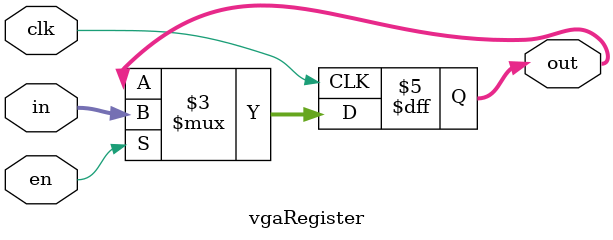
<source format=v>
module vga_control (
    input clk,
    input [15:0] mem_in,
    output reg [7:0] red, green, blue,
    output hsync, vsync,
    output reg blankN, 
    output wire vgaClk
);

    localparam H_SYNC                 = 10'd96;  // 3.8us  -- 25.175M * 3.8u  = 95.665
    localparam H_FRONT_PORCH          = 10'd16;  // 0.6us  -- 25.175M * 0.6u  = 15.105
    localparam H_DISPLAY_INT          = 10'd640; // 25.4us -- 25.175M * 25.4u = 639.445
    localparam H_BACK_PORCH           = 10'd48;  // 1.9us  -- 25.175M * 1.9u  = 47.8325
    localparam H_TOTAL                = 10'd800; // total width -- 96 + 16 + 640 + 48 = 800

    localparam V_SYNC                 = 10'd2;   // 2 lines
    localparam V_BACK_PORCH           = 10'd33;  // 33 lines
    localparam V_DISPLAY_INT          = 10'd480; // 480 lines
    localparam V_FRONT_PORCH          = 10'd10;  // 10 lines
    localparam V_TOTAL                = 10'd525; // total width -- 2 + 33 + 480 + 10 = 525
    
    reg [15:0] h_range_i, h_range_e;
    
    
    reg [9:0] hcount, vcount;
    
    wire [15:0] data1, data2;
    
    

    
    clkDivider divider (
        .refclk(clk),
        .rst(0),
        .outclk_0(vgaClk)
    );
    
    
    initial begin
        red = 8'b0;
        green = 8'b0;
        blue = 8'b0;
        blankN = 1'b0;
        //vgaClk = 1'b0;
        hcount = 10'b0;
        vcount = 10'b0;
    end

    assign hsync = ~((hcount >= H_FRONT_PORCH) & (hcount < H_FRONT_PORCH + H_SYNC));
    assign vsync = ~((vcount >= V_DISPLAY_INT + V_FRONT_PORCH) & (vcount < V_DISPLAY_INT + V_BACK_PORCH + V_SYNC));
    
//    assign red = 8'b00101101;
//    assign green = 8'b10011010;
//    assign blue = 8'b01111001;
    
//    always @(posedge clk) begin
//        vgaClk = ~vgaClk;
//    end
    
    always @(posedge vgaClk) begin
        if (hcount < H_TOTAL) begin
            hcount = hcount + 1;
            vcount = vcount;
        end
        else if (vcount < V_TOTAL) begin
            hcount = 0;
            vcount = vcount + 1;
        end
        else begin
            hcount = 0;
            vcount = 0;
        end
    end
    
    always @(hcount, vcount) begin
             h_range_i = mem_in; 
             h_range_e =  h_range_i + 8'b10100000; 
            if(vcount > 410 && vcount < 420 && hcount > h_range_i && hcount < h_range_e) begin 
                   red = 8'd255;
                green = 8'd255;
                blue = 8'd255;
                     end 
                     else begin
                red = 8'd12;
                green = 8'd1;
                blue = 8'd181;
                     end
        end
    
    always @(hcount,vcount) begin
    
    // bright
    if ((hcount >= H_FRONT_PORCH + H_SYNC + H_BACK_PORCH) &&
         (hcount < H_TOTAL - H_FRONT_PORCH) &&
         (vcount < V_DISPLAY_INT + V_BACK_PORCH + V_SYNC))
         blankN = 1'b1;
     
     else 
        blankN = 1'b0;
        
    end
    
endmodule

module vgaRegister(in, clk, en, out);
    input [15:0] in;
    input clk, en;
    
    output reg [15:0] out;
    
    always @(negedge clk) begin
        if (en)
            out <= in;
        else
            out <= out;
    end
endmodule
</source>
